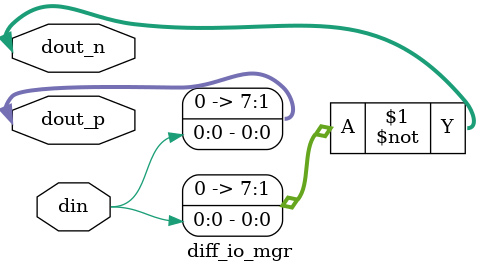
<source format=v>
`timescale 1ns / 1ps


module diff_io_mgr #(
    parameter integer OUTPUT_WIDTH = 1,
    parameter integer INOUT_WIDTH = 8
    )
    (
    input [OUTPUT_WIDTH-1:0] din,
    inout [INOUT_WIDTH-1:0] dout_p,
    inout [INOUT_WIDTH-1:0] dout_n
    );
    
    assign dout_p = {{INOUT_WIDTH-OUTPUT_WIDTH{1'b0}}, din};
    assign dout_n = ~{{INOUT_WIDTH-OUTPUT_WIDTH{1'b0}}, din};
endmodule

</source>
